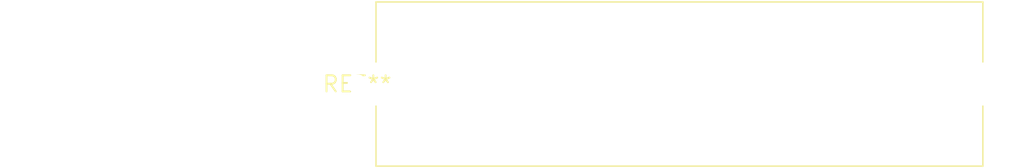
<source format=kicad_pcb>
(kicad_pcb (version 20240108) (generator pcbnew)
  (layers (0 "F.Cu" signal) (31 "B.Cu" signal) (34 "B.Paste" user) (35 "F.Paste" user) (36 "B.SilkS" user "B.Silkscreen") (37 "F.SilkS" user "F.Silkscreen") (38 "B.Mask" user) (39 "F.Mask" user) (44 "Edge.Cuts" user))
  (net 0 "")
  (footprint "R_Axial_Shunt_L47.6mm_W12.7mm_PS34.93mm_P50.80mm" (layer "F.Cu") (at 0 0)
    (property "Reference" "REF**")
    (property "Value" "R_Axial_Shunt_L47.6mm_W12.7mm_PS34.93mm_P50.80mm")
    (fp_line (start 1.48 -6.47) (end 49.32 -6.47) (layer "F.SilkS") (stroke (width 0.12)))
    (fp_line (start 1.48 -1.74) (end 1.48 -6.47) (layer "F.SilkS") (stroke (width 0.12)))
    (fp_line (start 1.48 1.74) (end 1.48 6.47) (layer "F.SilkS") (stroke (width 0.12)))
    (fp_line (start 1.48 6.47) (end 49.32 6.47) (layer "F.SilkS") (stroke (width 0.12)))
    (fp_line (start 49.32 -6.47) (end 49.32 -1.74) (layer "F.SilkS") (stroke (width 0.12)))
    (fp_line (start 49.32 6.47) (end 49.32 1.74) (layer "F.SilkS") (stroke (width 0.12)))
    (pad "1" thru_hole circle (at 0 0) (size 3 3) (drill 1.5) (layers *.Cu *.Mask) (remove_unused_layers))
    (pad "2" thru_hole oval (at 7.935 0) (size 3 3) (drill 1.5) (layers *.Cu *.Mask) (remove_unused_layers))
    (pad "3" thru_hole oval (at 42.865 0) (size 3 3) (drill 1.5) (layers *.Cu *.Mask) (remove_unused_layers))
    (pad "4" thru_hole oval (at 50.8 0) (size 3 3) (drill 1.5) (layers *.Cu *.Mask) (remove_unused_layers))
  )
)
</source>
